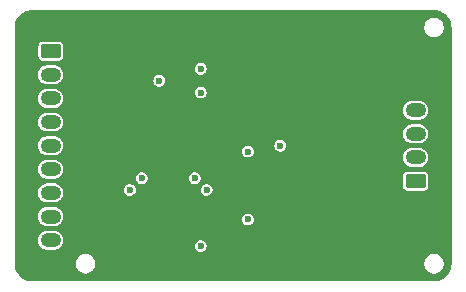
<source format=gbr>
%TF.GenerationSoftware,KiCad,Pcbnew,8.0.1*%
%TF.CreationDate,2024-04-25T00:01:52-04:00*%
%TF.ProjectId,ads1260_board,61647331-3236-4305-9f62-6f6172642e6b,rev?*%
%TF.SameCoordinates,Original*%
%TF.FileFunction,Copper,L4,Bot*%
%TF.FilePolarity,Positive*%
%FSLAX46Y46*%
G04 Gerber Fmt 4.6, Leading zero omitted, Abs format (unit mm)*
G04 Created by KiCad (PCBNEW 8.0.1) date 2024-04-25 00:01:52*
%MOMM*%
%LPD*%
G01*
G04 APERTURE LIST*
G04 Aperture macros list*
%AMRoundRect*
0 Rectangle with rounded corners*
0 $1 Rounding radius*
0 $2 $3 $4 $5 $6 $7 $8 $9 X,Y pos of 4 corners*
0 Add a 4 corners polygon primitive as box body*
4,1,4,$2,$3,$4,$5,$6,$7,$8,$9,$2,$3,0*
0 Add four circle primitives for the rounded corners*
1,1,$1+$1,$2,$3*
1,1,$1+$1,$4,$5*
1,1,$1+$1,$6,$7*
1,1,$1+$1,$8,$9*
0 Add four rect primitives between the rounded corners*
20,1,$1+$1,$2,$3,$4,$5,0*
20,1,$1+$1,$4,$5,$6,$7,0*
20,1,$1+$1,$6,$7,$8,$9,0*
20,1,$1+$1,$8,$9,$2,$3,0*%
G04 Aperture macros list end*
%TA.AperFunction,ComponentPad*%
%ADD10O,1.750000X1.200000*%
%TD*%
%TA.AperFunction,ComponentPad*%
%ADD11RoundRect,0.250000X-0.625000X0.350000X-0.625000X-0.350000X0.625000X-0.350000X0.625000X0.350000X0*%
%TD*%
%TA.AperFunction,ComponentPad*%
%ADD12RoundRect,0.250000X0.625000X-0.350000X0.625000X0.350000X-0.625000X0.350000X-0.625000X-0.350000X0*%
%TD*%
%TA.AperFunction,ViaPad*%
%ADD13C,0.600000*%
%TD*%
G04 APERTURE END LIST*
D10*
%TO.P,J3,9,Pin_9*%
%TO.N,VBUS*%
X113550000Y-90000000D03*
%TO.P,J3,8,Pin_8*%
%TO.N,+3V3*%
X113550000Y-88000000D03*
%TO.P,J3,7,Pin_7*%
%TO.N,Net-(J3-Pin_7)*%
X113550000Y-86000000D03*
%TO.P,J3,6,Pin_6*%
%TO.N,Net-(J3-Pin_6)*%
X113550000Y-84000000D03*
%TO.P,J3,5,Pin_5*%
%TO.N,Net-(J3-Pin_5)*%
X113550000Y-82000000D03*
%TO.P,J3,4,Pin_4*%
%TO.N,Net-(J3-Pin_4)*%
X113550000Y-80000000D03*
%TO.P,J3,3,Pin_3*%
%TO.N,Net-(J3-Pin_3)*%
X113550000Y-78000000D03*
%TO.P,J3,2,Pin_2*%
%TO.N,Net-(J3-Pin_2)*%
X113550000Y-76000000D03*
D11*
%TO.P,J3,1,Pin_1*%
%TO.N,GND*%
X113550000Y-74000000D03*
%TD*%
D12*
%TO.P,J1,1,Pin_1*%
%TO.N,GND*%
X144450000Y-85000000D03*
D10*
%TO.P,J1,2,Pin_2*%
%TO.N,/SIG+*%
X144450000Y-83000000D03*
%TO.P,J1,3,Pin_3*%
%TO.N,/SIG-*%
X144450000Y-81000000D03*
%TO.P,J1,4,Pin_4*%
%TO.N,+5V*%
X144450000Y-79000000D03*
%TD*%
D13*
%TO.N,GND*%
X112000000Y-74000000D03*
X115000000Y-74000000D03*
X130500000Y-78500000D03*
X147000000Y-74000000D03*
X147000000Y-82000000D03*
X147000000Y-90000000D03*
X111000000Y-74000000D03*
X111000000Y-80000000D03*
X111000000Y-84000000D03*
X111000000Y-90000000D03*
X129000000Y-71000000D03*
X139000000Y-71000000D03*
X119000000Y-71000000D03*
X114000000Y-71000000D03*
X124000000Y-71000000D03*
X144000000Y-71000000D03*
X134000000Y-71000000D03*
X114000000Y-93000000D03*
X119000000Y-93000000D03*
X124000000Y-93000000D03*
X129000000Y-93000000D03*
X134000000Y-93000000D03*
X139000000Y-93000000D03*
X144000000Y-93000000D03*
%TO.N,+5V*%
X130250000Y-88250000D03*
%TO.N,GND*%
X122778224Y-77987134D03*
%TO.N,+5V5*%
X122750000Y-76500000D03*
X126250000Y-90500000D03*
%TO.N,+5V*%
X130250000Y-82500000D03*
%TO.N,GND*%
X124000000Y-87000000D03*
%TO.N,+5V5*%
X125750000Y-84750000D03*
%TO.N,VBUS*%
X121250000Y-84750000D03*
%TO.N,GND*%
X122500000Y-91250000D03*
X124500000Y-91250000D03*
X123000000Y-87000000D03*
%TO.N,+5V5*%
X126750000Y-85750000D03*
%TO.N,GND*%
X131250000Y-91000000D03*
X132750000Y-78500000D03*
%TO.N,+5V*%
X133000000Y-82000000D03*
%TO.N,GND*%
X138000000Y-85250000D03*
X138000000Y-78750000D03*
X133000000Y-85500000D03*
X129250000Y-88750000D03*
%TO.N,VBUS*%
X120250000Y-85750000D03*
%TO.N,GND*%
X121250000Y-88250000D03*
X125750000Y-88250000D03*
%TO.N,+5V*%
X126250000Y-77500000D03*
X126250000Y-75500000D03*
%TO.N,GND*%
X130500000Y-76500000D03*
%TD*%
%TA.AperFunction,Conductor*%
%TO.N,GND*%
G36*
X146003522Y-70500752D02*
G01*
X146028505Y-70502538D01*
X146206345Y-70515258D01*
X146220308Y-70517265D01*
X146415549Y-70559737D01*
X146429088Y-70563713D01*
X146616292Y-70633537D01*
X146629118Y-70639394D01*
X146804476Y-70735146D01*
X146816356Y-70742781D01*
X146976294Y-70862509D01*
X146986966Y-70871756D01*
X147128243Y-71013033D01*
X147137493Y-71023709D01*
X147257218Y-71183643D01*
X147264854Y-71195525D01*
X147360602Y-71370875D01*
X147366466Y-71383715D01*
X147436284Y-71570904D01*
X147440264Y-71584457D01*
X147482732Y-71779681D01*
X147484742Y-71793662D01*
X147499248Y-71996476D01*
X147499500Y-72003539D01*
X147499500Y-91996460D01*
X147499248Y-92003523D01*
X147484742Y-92206337D01*
X147482732Y-92220318D01*
X147440264Y-92415542D01*
X147436284Y-92429095D01*
X147366466Y-92616284D01*
X147360598Y-92629133D01*
X147264854Y-92804474D01*
X147257218Y-92816356D01*
X147137493Y-92976290D01*
X147128243Y-92986966D01*
X146986966Y-93128243D01*
X146976290Y-93137493D01*
X146816356Y-93257218D01*
X146804474Y-93264854D01*
X146629133Y-93360598D01*
X146616284Y-93366466D01*
X146429095Y-93436284D01*
X146415542Y-93440264D01*
X146220318Y-93482732D01*
X146206337Y-93484742D01*
X146003523Y-93499248D01*
X145996460Y-93499500D01*
X112003540Y-93499500D01*
X111996477Y-93499248D01*
X111793662Y-93484742D01*
X111779681Y-93482732D01*
X111584457Y-93440264D01*
X111570904Y-93436284D01*
X111383715Y-93366466D01*
X111370875Y-93360602D01*
X111195525Y-93264854D01*
X111183643Y-93257218D01*
X111023709Y-93137493D01*
X111013033Y-93128243D01*
X110871756Y-92986966D01*
X110862506Y-92976290D01*
X110742781Y-92816356D01*
X110735145Y-92804474D01*
X110702815Y-92745266D01*
X110639394Y-92629118D01*
X110633537Y-92616292D01*
X110563713Y-92429088D01*
X110559737Y-92415549D01*
X110517265Y-92220308D01*
X110515258Y-92206345D01*
X110506322Y-92081405D01*
X115673500Y-92081405D01*
X115705262Y-92241080D01*
X115705262Y-92241082D01*
X115767563Y-92391492D01*
X115767563Y-92391493D01*
X115858015Y-92526862D01*
X115858016Y-92526863D01*
X115973137Y-92641984D01*
X116108505Y-92732435D01*
X116258919Y-92794738D01*
X116418597Y-92826500D01*
X116418598Y-92826500D01*
X116581402Y-92826500D01*
X116581403Y-92826500D01*
X116741081Y-92794738D01*
X116891495Y-92732435D01*
X117026863Y-92641984D01*
X117141984Y-92526863D01*
X117232435Y-92391495D01*
X117294738Y-92241081D01*
X117326500Y-92081405D01*
X145173500Y-92081405D01*
X145205262Y-92241080D01*
X145205262Y-92241082D01*
X145267563Y-92391492D01*
X145267563Y-92391493D01*
X145358015Y-92526862D01*
X145358016Y-92526863D01*
X145473137Y-92641984D01*
X145608505Y-92732435D01*
X145758919Y-92794738D01*
X145918597Y-92826500D01*
X145918598Y-92826500D01*
X146081402Y-92826500D01*
X146081403Y-92826500D01*
X146241081Y-92794738D01*
X146391495Y-92732435D01*
X146526863Y-92641984D01*
X146641984Y-92526863D01*
X146732435Y-92391495D01*
X146794738Y-92241081D01*
X146826500Y-92081403D01*
X146826500Y-91918597D01*
X146794738Y-91758919D01*
X146732436Y-91608507D01*
X146732436Y-91608506D01*
X146641984Y-91473137D01*
X146526862Y-91358015D01*
X146391492Y-91267563D01*
X146241081Y-91205262D01*
X146081405Y-91173500D01*
X146081403Y-91173500D01*
X145918597Y-91173500D01*
X145918594Y-91173500D01*
X145758919Y-91205262D01*
X145758917Y-91205262D01*
X145608507Y-91267563D01*
X145608506Y-91267563D01*
X145473137Y-91358015D01*
X145358015Y-91473137D01*
X145267563Y-91608506D01*
X145267563Y-91608507D01*
X145205262Y-91758917D01*
X145205262Y-91758919D01*
X145173500Y-91918594D01*
X145173500Y-92081405D01*
X117326500Y-92081405D01*
X117326500Y-92081403D01*
X117326500Y-91918597D01*
X117294738Y-91758919D01*
X117232436Y-91608507D01*
X117232436Y-91608506D01*
X117141984Y-91473137D01*
X117026862Y-91358015D01*
X116891492Y-91267563D01*
X116741081Y-91205262D01*
X116581405Y-91173500D01*
X116581403Y-91173500D01*
X116418597Y-91173500D01*
X116418594Y-91173500D01*
X116258919Y-91205262D01*
X116258917Y-91205262D01*
X116108507Y-91267563D01*
X116108506Y-91267563D01*
X115973137Y-91358015D01*
X115858015Y-91473137D01*
X115767563Y-91608506D01*
X115767563Y-91608507D01*
X115705262Y-91758917D01*
X115705262Y-91758919D01*
X115673500Y-91918594D01*
X115673500Y-92081405D01*
X110506322Y-92081405D01*
X110500752Y-92003522D01*
X110500500Y-91996460D01*
X110500500Y-90078844D01*
X112474500Y-90078844D01*
X112495008Y-90181945D01*
X112503896Y-90226627D01*
X112505263Y-90233496D01*
X112505263Y-90233498D01*
X112565603Y-90379174D01*
X112565609Y-90379185D01*
X112618312Y-90458059D01*
X112653211Y-90510289D01*
X112764711Y-90621789D01*
X112842876Y-90674017D01*
X112895814Y-90709390D01*
X112895825Y-90709396D01*
X112949638Y-90731685D01*
X113041503Y-90769737D01*
X113196158Y-90800500D01*
X113196159Y-90800500D01*
X113903841Y-90800500D01*
X113903842Y-90800500D01*
X114058497Y-90769737D01*
X114204179Y-90709394D01*
X114335289Y-90621789D01*
X114446789Y-90510289D01*
X114453663Y-90500002D01*
X125744353Y-90500002D01*
X125764834Y-90642456D01*
X125795404Y-90709394D01*
X125824623Y-90773373D01*
X125918872Y-90882143D01*
X125918873Y-90882144D01*
X126039942Y-90959950D01*
X126039947Y-90959953D01*
X126146403Y-90991211D01*
X126178035Y-91000499D01*
X126178036Y-91000499D01*
X126178039Y-91000500D01*
X126178041Y-91000500D01*
X126321959Y-91000500D01*
X126321961Y-91000500D01*
X126460053Y-90959953D01*
X126581128Y-90882143D01*
X126675377Y-90773373D01*
X126735165Y-90642457D01*
X126741992Y-90594971D01*
X126755647Y-90500002D01*
X126755647Y-90499997D01*
X126735165Y-90357543D01*
X126675377Y-90226627D01*
X126581128Y-90117857D01*
X126581127Y-90117856D01*
X126581126Y-90117855D01*
X126460057Y-90040049D01*
X126460054Y-90040047D01*
X126460053Y-90040047D01*
X126460050Y-90040046D01*
X126321964Y-89999500D01*
X126321961Y-89999500D01*
X126178039Y-89999500D01*
X126178035Y-89999500D01*
X126039949Y-90040046D01*
X126039942Y-90040049D01*
X125918873Y-90117855D01*
X125824622Y-90226628D01*
X125764834Y-90357543D01*
X125744353Y-90499997D01*
X125744353Y-90500002D01*
X114453663Y-90500002D01*
X114534394Y-90379179D01*
X114594737Y-90233497D01*
X114625500Y-90078842D01*
X114625500Y-89921158D01*
X114594737Y-89766503D01*
X114534394Y-89620821D01*
X114534393Y-89620819D01*
X114534390Y-89620814D01*
X114499017Y-89567876D01*
X114446789Y-89489711D01*
X114335289Y-89378211D01*
X114283059Y-89343312D01*
X114204185Y-89290609D01*
X114204174Y-89290603D01*
X114058497Y-89230263D01*
X113903844Y-89199500D01*
X113903842Y-89199500D01*
X113196158Y-89199500D01*
X113196155Y-89199500D01*
X113041503Y-89230263D01*
X113041501Y-89230263D01*
X112895825Y-89290603D01*
X112895814Y-89290609D01*
X112764711Y-89378211D01*
X112764707Y-89378214D01*
X112653214Y-89489707D01*
X112653211Y-89489711D01*
X112565609Y-89620814D01*
X112565603Y-89620825D01*
X112505263Y-89766501D01*
X112505263Y-89766503D01*
X112474500Y-89921155D01*
X112474500Y-90078844D01*
X110500500Y-90078844D01*
X110500500Y-88078844D01*
X112474500Y-88078844D01*
X112505263Y-88233496D01*
X112505263Y-88233498D01*
X112565603Y-88379174D01*
X112565609Y-88379185D01*
X112618312Y-88458059D01*
X112653211Y-88510289D01*
X112764711Y-88621789D01*
X112842876Y-88674017D01*
X112895814Y-88709390D01*
X112895825Y-88709396D01*
X112949638Y-88731685D01*
X113041503Y-88769737D01*
X113196158Y-88800500D01*
X113196159Y-88800500D01*
X113903841Y-88800500D01*
X113903842Y-88800500D01*
X114058497Y-88769737D01*
X114204179Y-88709394D01*
X114335289Y-88621789D01*
X114446789Y-88510289D01*
X114534394Y-88379179D01*
X114587900Y-88250002D01*
X129744353Y-88250002D01*
X129764834Y-88392456D01*
X129818647Y-88510288D01*
X129824623Y-88523373D01*
X129909900Y-88621789D01*
X129918873Y-88632144D01*
X130039071Y-88709390D01*
X130039947Y-88709953D01*
X130146403Y-88741211D01*
X130178035Y-88750499D01*
X130178036Y-88750499D01*
X130178039Y-88750500D01*
X130178041Y-88750500D01*
X130321959Y-88750500D01*
X130321961Y-88750500D01*
X130460053Y-88709953D01*
X130581128Y-88632143D01*
X130675377Y-88523373D01*
X130735165Y-88392457D01*
X130755647Y-88250000D01*
X130753274Y-88233498D01*
X130735165Y-88107543D01*
X130722058Y-88078844D01*
X130675377Y-87976627D01*
X130581128Y-87867857D01*
X130581127Y-87867856D01*
X130581126Y-87867855D01*
X130460057Y-87790049D01*
X130460054Y-87790047D01*
X130460053Y-87790047D01*
X130460050Y-87790046D01*
X130321964Y-87749500D01*
X130321961Y-87749500D01*
X130178039Y-87749500D01*
X130178035Y-87749500D01*
X130039949Y-87790046D01*
X130039942Y-87790049D01*
X129918873Y-87867855D01*
X129824622Y-87976628D01*
X129764834Y-88107543D01*
X129744353Y-88249997D01*
X129744353Y-88250002D01*
X114587900Y-88250002D01*
X114594737Y-88233497D01*
X114625500Y-88078842D01*
X114625500Y-87921158D01*
X114594737Y-87766503D01*
X114534394Y-87620821D01*
X114534393Y-87620819D01*
X114534390Y-87620814D01*
X114499017Y-87567876D01*
X114446789Y-87489711D01*
X114335289Y-87378211D01*
X114283059Y-87343312D01*
X114204185Y-87290609D01*
X114204174Y-87290603D01*
X114058497Y-87230263D01*
X113903844Y-87199500D01*
X113903842Y-87199500D01*
X113196158Y-87199500D01*
X113196155Y-87199500D01*
X113041503Y-87230263D01*
X113041501Y-87230263D01*
X112895825Y-87290603D01*
X112895814Y-87290609D01*
X112764711Y-87378211D01*
X112764707Y-87378214D01*
X112653214Y-87489707D01*
X112653211Y-87489711D01*
X112565609Y-87620814D01*
X112565603Y-87620825D01*
X112505263Y-87766501D01*
X112505263Y-87766503D01*
X112474500Y-87921155D01*
X112474500Y-88078844D01*
X110500500Y-88078844D01*
X110500500Y-86078844D01*
X112474500Y-86078844D01*
X112505263Y-86233496D01*
X112505263Y-86233498D01*
X112565603Y-86379174D01*
X112565609Y-86379185D01*
X112618312Y-86458059D01*
X112653211Y-86510289D01*
X112764711Y-86621789D01*
X112842876Y-86674017D01*
X112895814Y-86709390D01*
X112895825Y-86709396D01*
X112949638Y-86731685D01*
X113041503Y-86769737D01*
X113196158Y-86800500D01*
X113196159Y-86800500D01*
X113903841Y-86800500D01*
X113903842Y-86800500D01*
X114058497Y-86769737D01*
X114204179Y-86709394D01*
X114335289Y-86621789D01*
X114446789Y-86510289D01*
X114534394Y-86379179D01*
X114594737Y-86233497D01*
X114625500Y-86078842D01*
X114625500Y-85921158D01*
X114594737Y-85766503D01*
X114587902Y-85750002D01*
X119744353Y-85750002D01*
X119764834Y-85892456D01*
X119824622Y-86023371D01*
X119824623Y-86023373D01*
X119872685Y-86078840D01*
X119918873Y-86132144D01*
X120039942Y-86209950D01*
X120039947Y-86209953D01*
X120120135Y-86233498D01*
X120178035Y-86250499D01*
X120178036Y-86250499D01*
X120178039Y-86250500D01*
X120178041Y-86250500D01*
X120321959Y-86250500D01*
X120321961Y-86250500D01*
X120460053Y-86209953D01*
X120581128Y-86132143D01*
X120675377Y-86023373D01*
X120735165Y-85892457D01*
X120755647Y-85750002D01*
X126244353Y-85750002D01*
X126264834Y-85892456D01*
X126324622Y-86023371D01*
X126324623Y-86023373D01*
X126372685Y-86078840D01*
X126418873Y-86132144D01*
X126539942Y-86209950D01*
X126539947Y-86209953D01*
X126620135Y-86233498D01*
X126678035Y-86250499D01*
X126678036Y-86250499D01*
X126678039Y-86250500D01*
X126678041Y-86250500D01*
X126821959Y-86250500D01*
X126821961Y-86250500D01*
X126960053Y-86209953D01*
X127081128Y-86132143D01*
X127175377Y-86023373D01*
X127235165Y-85892457D01*
X127255647Y-85750000D01*
X127235165Y-85607543D01*
X127175377Y-85476627D01*
X127112622Y-85404203D01*
X143375000Y-85404203D01*
X143377850Y-85434600D01*
X143377850Y-85434602D01*
X143422654Y-85562647D01*
X143503207Y-85671790D01*
X143503209Y-85671792D01*
X143612352Y-85752345D01*
X143740398Y-85797149D01*
X143770789Y-85799999D01*
X145129203Y-85799999D01*
X145159600Y-85797149D01*
X145159602Y-85797149D01*
X145287647Y-85752345D01*
X145396790Y-85671792D01*
X145396792Y-85671790D01*
X145477345Y-85562647D01*
X145522149Y-85434601D01*
X145524999Y-85404211D01*
X145524999Y-84595796D01*
X145522149Y-84565399D01*
X145522149Y-84565397D01*
X145477345Y-84437352D01*
X145396792Y-84328209D01*
X145396790Y-84328207D01*
X145287647Y-84247654D01*
X145159601Y-84202850D01*
X145129210Y-84200000D01*
X143770796Y-84200000D01*
X143740399Y-84202850D01*
X143740397Y-84202850D01*
X143612352Y-84247654D01*
X143503209Y-84328207D01*
X143503207Y-84328209D01*
X143422654Y-84437352D01*
X143377850Y-84565398D01*
X143375000Y-84595788D01*
X143375000Y-85404203D01*
X127112622Y-85404203D01*
X127081128Y-85367857D01*
X127081127Y-85367856D01*
X127081126Y-85367855D01*
X126960057Y-85290049D01*
X126960054Y-85290047D01*
X126960053Y-85290047D01*
X126960050Y-85290046D01*
X126821964Y-85249500D01*
X126821961Y-85249500D01*
X126678039Y-85249500D01*
X126678035Y-85249500D01*
X126539949Y-85290046D01*
X126539942Y-85290049D01*
X126418873Y-85367855D01*
X126324622Y-85476628D01*
X126264834Y-85607543D01*
X126244353Y-85749997D01*
X126244353Y-85750002D01*
X120755647Y-85750002D01*
X120755647Y-85750000D01*
X120735165Y-85607543D01*
X120675377Y-85476627D01*
X120581128Y-85367857D01*
X120581127Y-85367856D01*
X120581126Y-85367855D01*
X120460057Y-85290049D01*
X120460054Y-85290047D01*
X120460053Y-85290047D01*
X120460050Y-85290046D01*
X120321964Y-85249500D01*
X120321961Y-85249500D01*
X120178039Y-85249500D01*
X120178035Y-85249500D01*
X120039949Y-85290046D01*
X120039942Y-85290049D01*
X119918873Y-85367855D01*
X119824622Y-85476628D01*
X119764834Y-85607543D01*
X119744353Y-85749997D01*
X119744353Y-85750002D01*
X114587902Y-85750002D01*
X114534394Y-85620821D01*
X114534393Y-85620819D01*
X114534390Y-85620814D01*
X114495523Y-85562647D01*
X114446789Y-85489711D01*
X114335289Y-85378211D01*
X114283059Y-85343312D01*
X114204185Y-85290609D01*
X114204174Y-85290603D01*
X114058497Y-85230263D01*
X113903844Y-85199500D01*
X113903842Y-85199500D01*
X113196158Y-85199500D01*
X113196155Y-85199500D01*
X113041503Y-85230263D01*
X113041501Y-85230263D01*
X112895825Y-85290603D01*
X112895814Y-85290609D01*
X112764711Y-85378211D01*
X112764707Y-85378214D01*
X112653214Y-85489707D01*
X112653211Y-85489711D01*
X112565609Y-85620814D01*
X112565603Y-85620825D01*
X112505263Y-85766501D01*
X112505263Y-85766503D01*
X112474500Y-85921155D01*
X112474500Y-86078844D01*
X110500500Y-86078844D01*
X110500500Y-84078844D01*
X112474500Y-84078844D01*
X112505263Y-84233496D01*
X112505263Y-84233498D01*
X112565603Y-84379174D01*
X112565609Y-84379185D01*
X112604476Y-84437352D01*
X112653211Y-84510289D01*
X112764711Y-84621789D01*
X112842876Y-84674017D01*
X112895814Y-84709390D01*
X112895825Y-84709396D01*
X112949638Y-84731685D01*
X113041503Y-84769737D01*
X113196158Y-84800500D01*
X113196159Y-84800500D01*
X113903841Y-84800500D01*
X113903842Y-84800500D01*
X114058497Y-84769737D01*
X114106142Y-84750002D01*
X120744353Y-84750002D01*
X120764834Y-84892456D01*
X120824622Y-85023371D01*
X120824623Y-85023373D01*
X120918872Y-85132143D01*
X120918873Y-85132144D01*
X121039942Y-85209950D01*
X121039947Y-85209953D01*
X121146403Y-85241211D01*
X121178035Y-85250499D01*
X121178036Y-85250499D01*
X121178039Y-85250500D01*
X121178041Y-85250500D01*
X121321959Y-85250500D01*
X121321961Y-85250500D01*
X121460053Y-85209953D01*
X121581128Y-85132143D01*
X121675377Y-85023373D01*
X121735165Y-84892457D01*
X121748386Y-84800500D01*
X121755647Y-84750002D01*
X125244353Y-84750002D01*
X125264834Y-84892456D01*
X125324622Y-85023371D01*
X125324623Y-85023373D01*
X125418872Y-85132143D01*
X125418873Y-85132144D01*
X125539942Y-85209950D01*
X125539947Y-85209953D01*
X125646403Y-85241211D01*
X125678035Y-85250499D01*
X125678036Y-85250499D01*
X125678039Y-85250500D01*
X125678041Y-85250500D01*
X125821959Y-85250500D01*
X125821961Y-85250500D01*
X125960053Y-85209953D01*
X126081128Y-85132143D01*
X126175377Y-85023373D01*
X126235165Y-84892457D01*
X126248386Y-84800500D01*
X126255647Y-84750002D01*
X126255647Y-84749997D01*
X126235165Y-84607543D01*
X126190750Y-84510289D01*
X126175377Y-84476627D01*
X126081128Y-84367857D01*
X126081127Y-84367856D01*
X126081126Y-84367855D01*
X125960057Y-84290049D01*
X125960054Y-84290047D01*
X125960053Y-84290047D01*
X125960050Y-84290046D01*
X125821964Y-84249500D01*
X125821961Y-84249500D01*
X125678039Y-84249500D01*
X125678035Y-84249500D01*
X125539949Y-84290046D01*
X125539942Y-84290049D01*
X125418873Y-84367855D01*
X125324622Y-84476628D01*
X125264834Y-84607543D01*
X125244353Y-84749997D01*
X125244353Y-84750002D01*
X121755647Y-84750002D01*
X121755647Y-84749997D01*
X121735165Y-84607543D01*
X121690750Y-84510289D01*
X121675377Y-84476627D01*
X121581128Y-84367857D01*
X121581127Y-84367856D01*
X121581126Y-84367855D01*
X121460057Y-84290049D01*
X121460054Y-84290047D01*
X121460053Y-84290047D01*
X121460050Y-84290046D01*
X121321964Y-84249500D01*
X121321961Y-84249500D01*
X121178039Y-84249500D01*
X121178035Y-84249500D01*
X121039949Y-84290046D01*
X121039942Y-84290049D01*
X120918873Y-84367855D01*
X120824622Y-84476628D01*
X120764834Y-84607543D01*
X120744353Y-84749997D01*
X120744353Y-84750002D01*
X114106142Y-84750002D01*
X114204179Y-84709394D01*
X114335289Y-84621789D01*
X114446789Y-84510289D01*
X114534394Y-84379179D01*
X114594737Y-84233497D01*
X114625500Y-84078842D01*
X114625500Y-83921158D01*
X114594737Y-83766503D01*
X114534795Y-83621788D01*
X114534396Y-83620825D01*
X114534390Y-83620814D01*
X114499017Y-83567876D01*
X114446789Y-83489711D01*
X114335289Y-83378211D01*
X114283059Y-83343312D01*
X114204185Y-83290609D01*
X114204174Y-83290603D01*
X114058497Y-83230263D01*
X113903844Y-83199500D01*
X113903842Y-83199500D01*
X113196158Y-83199500D01*
X113196155Y-83199500D01*
X113041503Y-83230263D01*
X113041501Y-83230263D01*
X112895825Y-83290603D01*
X112895814Y-83290609D01*
X112764711Y-83378211D01*
X112764707Y-83378214D01*
X112653214Y-83489707D01*
X112653211Y-83489711D01*
X112565609Y-83620814D01*
X112565603Y-83620825D01*
X112505263Y-83766501D01*
X112505263Y-83766503D01*
X112474500Y-83921155D01*
X112474500Y-84078844D01*
X110500500Y-84078844D01*
X110500500Y-83078844D01*
X143374500Y-83078844D01*
X143405263Y-83233496D01*
X143405263Y-83233498D01*
X143465603Y-83379174D01*
X143465609Y-83379185D01*
X143518312Y-83458059D01*
X143553211Y-83510289D01*
X143664711Y-83621789D01*
X143742876Y-83674017D01*
X143795814Y-83709390D01*
X143795825Y-83709396D01*
X143849638Y-83731685D01*
X143941503Y-83769737D01*
X144096158Y-83800500D01*
X144096159Y-83800500D01*
X144803841Y-83800500D01*
X144803842Y-83800500D01*
X144958497Y-83769737D01*
X145104179Y-83709394D01*
X145235289Y-83621789D01*
X145346789Y-83510289D01*
X145434394Y-83379179D01*
X145494737Y-83233497D01*
X145525500Y-83078842D01*
X145525500Y-82921158D01*
X145494737Y-82766503D01*
X145443356Y-82642457D01*
X145434396Y-82620825D01*
X145434390Y-82620814D01*
X145399017Y-82567876D01*
X145346789Y-82489711D01*
X145235289Y-82378211D01*
X145183059Y-82343312D01*
X145104185Y-82290609D01*
X145104174Y-82290603D01*
X144958497Y-82230263D01*
X144803844Y-82199500D01*
X144803842Y-82199500D01*
X144096158Y-82199500D01*
X144096155Y-82199500D01*
X143941503Y-82230263D01*
X143941501Y-82230263D01*
X143795825Y-82290603D01*
X143795814Y-82290609D01*
X143664711Y-82378211D01*
X143664707Y-82378214D01*
X143553214Y-82489707D01*
X143553211Y-82489711D01*
X143465609Y-82620814D01*
X143465603Y-82620825D01*
X143405263Y-82766501D01*
X143405263Y-82766503D01*
X143374500Y-82921155D01*
X143374500Y-83078844D01*
X110500500Y-83078844D01*
X110500500Y-82078844D01*
X112474500Y-82078844D01*
X112487154Y-82142456D01*
X112503896Y-82226627D01*
X112505263Y-82233496D01*
X112505263Y-82233498D01*
X112565603Y-82379174D01*
X112565609Y-82379185D01*
X112618312Y-82458059D01*
X112653211Y-82510289D01*
X112764711Y-82621789D01*
X112842876Y-82674017D01*
X112895814Y-82709390D01*
X112895825Y-82709396D01*
X112949638Y-82731685D01*
X113041503Y-82769737D01*
X113196158Y-82800500D01*
X113196159Y-82800500D01*
X113903841Y-82800500D01*
X113903842Y-82800500D01*
X114058497Y-82769737D01*
X114204179Y-82709394D01*
X114335289Y-82621789D01*
X114446789Y-82510289D01*
X114453663Y-82500002D01*
X129744353Y-82500002D01*
X129764834Y-82642456D01*
X129822962Y-82769736D01*
X129824623Y-82773373D01*
X129918872Y-82882143D01*
X129918873Y-82882144D01*
X129979582Y-82921159D01*
X130039947Y-82959953D01*
X130146403Y-82991211D01*
X130178035Y-83000499D01*
X130178036Y-83000499D01*
X130178039Y-83000500D01*
X130178041Y-83000500D01*
X130321959Y-83000500D01*
X130321961Y-83000500D01*
X130460053Y-82959953D01*
X130581128Y-82882143D01*
X130675377Y-82773373D01*
X130735165Y-82642457D01*
X130741992Y-82594971D01*
X130755647Y-82500002D01*
X130755647Y-82499997D01*
X130735165Y-82357543D01*
X130704597Y-82290609D01*
X130675377Y-82226627D01*
X130581128Y-82117857D01*
X130581127Y-82117856D01*
X130581126Y-82117855D01*
X130460057Y-82040049D01*
X130460054Y-82040047D01*
X130460053Y-82040047D01*
X130460050Y-82040046D01*
X130323674Y-82000002D01*
X132494353Y-82000002D01*
X132514834Y-82142456D01*
X132556412Y-82233497D01*
X132574623Y-82273373D01*
X132666304Y-82379179D01*
X132668873Y-82382144D01*
X132789942Y-82459950D01*
X132789947Y-82459953D01*
X132891281Y-82489707D01*
X132928035Y-82500499D01*
X132928036Y-82500499D01*
X132928039Y-82500500D01*
X132928041Y-82500500D01*
X133071959Y-82500500D01*
X133071961Y-82500500D01*
X133210053Y-82459953D01*
X133331128Y-82382143D01*
X133425377Y-82273373D01*
X133485165Y-82142457D01*
X133505647Y-82000000D01*
X133505575Y-81999500D01*
X133485165Y-81857543D01*
X133459114Y-81800500D01*
X133425377Y-81726627D01*
X133331128Y-81617857D01*
X133331127Y-81617856D01*
X133331126Y-81617855D01*
X133210057Y-81540049D01*
X133210054Y-81540047D01*
X133210053Y-81540047D01*
X133210050Y-81540046D01*
X133071964Y-81499500D01*
X133071961Y-81499500D01*
X132928039Y-81499500D01*
X132928035Y-81499500D01*
X132789949Y-81540046D01*
X132789942Y-81540049D01*
X132668873Y-81617855D01*
X132574622Y-81726628D01*
X132514834Y-81857543D01*
X132494353Y-81999997D01*
X132494353Y-82000002D01*
X130323674Y-82000002D01*
X130321964Y-81999500D01*
X130321961Y-81999500D01*
X130178039Y-81999500D01*
X130178035Y-81999500D01*
X130039949Y-82040046D01*
X130039942Y-82040049D01*
X129918873Y-82117855D01*
X129824622Y-82226628D01*
X129764834Y-82357543D01*
X129744353Y-82499997D01*
X129744353Y-82500002D01*
X114453663Y-82500002D01*
X114534394Y-82379179D01*
X114594737Y-82233497D01*
X114625500Y-82078842D01*
X114625500Y-81921158D01*
X114594737Y-81766503D01*
X114534795Y-81621788D01*
X114534396Y-81620825D01*
X114534390Y-81620814D01*
X114499017Y-81567876D01*
X114446789Y-81489711D01*
X114335289Y-81378211D01*
X114283059Y-81343312D01*
X114204185Y-81290609D01*
X114204174Y-81290603D01*
X114058497Y-81230263D01*
X113903844Y-81199500D01*
X113903842Y-81199500D01*
X113196158Y-81199500D01*
X113196155Y-81199500D01*
X113041503Y-81230263D01*
X113041501Y-81230263D01*
X112895825Y-81290603D01*
X112895814Y-81290609D01*
X112764711Y-81378211D01*
X112764707Y-81378214D01*
X112653214Y-81489707D01*
X112653211Y-81489711D01*
X112565609Y-81620814D01*
X112565603Y-81620825D01*
X112505263Y-81766501D01*
X112505263Y-81766503D01*
X112474500Y-81921155D01*
X112474500Y-82078844D01*
X110500500Y-82078844D01*
X110500500Y-81078844D01*
X143374500Y-81078844D01*
X143405263Y-81233496D01*
X143405263Y-81233498D01*
X143465603Y-81379174D01*
X143465609Y-81379185D01*
X143518312Y-81458059D01*
X143553211Y-81510289D01*
X143664711Y-81621789D01*
X143742876Y-81674017D01*
X143795814Y-81709390D01*
X143795825Y-81709396D01*
X143837425Y-81726627D01*
X143941503Y-81769737D01*
X144096158Y-81800500D01*
X144096159Y-81800500D01*
X144803841Y-81800500D01*
X144803842Y-81800500D01*
X144958497Y-81769737D01*
X145104179Y-81709394D01*
X145235289Y-81621789D01*
X145346789Y-81510289D01*
X145434394Y-81379179D01*
X145494737Y-81233497D01*
X145525500Y-81078842D01*
X145525500Y-80921158D01*
X145494737Y-80766503D01*
X145434795Y-80621788D01*
X145434396Y-80620825D01*
X145434390Y-80620814D01*
X145399017Y-80567876D01*
X145346789Y-80489711D01*
X145235289Y-80378211D01*
X145183059Y-80343312D01*
X145104185Y-80290609D01*
X145104174Y-80290603D01*
X144958497Y-80230263D01*
X144803844Y-80199500D01*
X144803842Y-80199500D01*
X144096158Y-80199500D01*
X144096155Y-80199500D01*
X143941503Y-80230263D01*
X143941501Y-80230263D01*
X143795825Y-80290603D01*
X143795814Y-80290609D01*
X143664711Y-80378211D01*
X143664707Y-80378214D01*
X143553214Y-80489707D01*
X143553211Y-80489711D01*
X143465609Y-80620814D01*
X143465603Y-80620825D01*
X143405263Y-80766501D01*
X143405263Y-80766503D01*
X143374500Y-80921155D01*
X143374500Y-81078844D01*
X110500500Y-81078844D01*
X110500500Y-80078844D01*
X112474500Y-80078844D01*
X112505263Y-80233496D01*
X112505263Y-80233498D01*
X112565603Y-80379174D01*
X112565609Y-80379185D01*
X112618312Y-80458059D01*
X112653211Y-80510289D01*
X112764711Y-80621789D01*
X112842876Y-80674017D01*
X112895814Y-80709390D01*
X112895825Y-80709396D01*
X112949638Y-80731685D01*
X113041503Y-80769737D01*
X113196158Y-80800500D01*
X113196159Y-80800500D01*
X113903841Y-80800500D01*
X113903842Y-80800500D01*
X114058497Y-80769737D01*
X114204179Y-80709394D01*
X114335289Y-80621789D01*
X114446789Y-80510289D01*
X114534394Y-80379179D01*
X114594737Y-80233497D01*
X114625500Y-80078842D01*
X114625500Y-79921158D01*
X114594737Y-79766503D01*
X114534795Y-79621788D01*
X114534396Y-79620825D01*
X114534390Y-79620814D01*
X114499017Y-79567876D01*
X114446789Y-79489711D01*
X114335289Y-79378211D01*
X114283059Y-79343312D01*
X114204185Y-79290609D01*
X114204174Y-79290603D01*
X114058497Y-79230263D01*
X113903844Y-79199500D01*
X113903842Y-79199500D01*
X113196158Y-79199500D01*
X113196155Y-79199500D01*
X113041503Y-79230263D01*
X113041501Y-79230263D01*
X112895825Y-79290603D01*
X112895814Y-79290609D01*
X112764711Y-79378211D01*
X112764707Y-79378214D01*
X112653214Y-79489707D01*
X112653211Y-79489711D01*
X112565609Y-79620814D01*
X112565603Y-79620825D01*
X112505263Y-79766501D01*
X112505263Y-79766503D01*
X112474500Y-79921155D01*
X112474500Y-80078844D01*
X110500500Y-80078844D01*
X110500500Y-79078844D01*
X143374500Y-79078844D01*
X143405263Y-79233496D01*
X143405263Y-79233498D01*
X143465603Y-79379174D01*
X143465609Y-79379185D01*
X143518312Y-79458059D01*
X143553211Y-79510289D01*
X143664711Y-79621789D01*
X143742876Y-79674017D01*
X143795814Y-79709390D01*
X143795825Y-79709396D01*
X143849638Y-79731685D01*
X143941503Y-79769737D01*
X144096158Y-79800500D01*
X144096159Y-79800500D01*
X144803841Y-79800500D01*
X144803842Y-79800500D01*
X144958497Y-79769737D01*
X145104179Y-79709394D01*
X145235289Y-79621789D01*
X145346789Y-79510289D01*
X145434394Y-79379179D01*
X145494737Y-79233497D01*
X145525500Y-79078842D01*
X145525500Y-78921158D01*
X145494737Y-78766503D01*
X145434795Y-78621788D01*
X145434396Y-78620825D01*
X145434390Y-78620814D01*
X145399017Y-78567876D01*
X145346789Y-78489711D01*
X145235289Y-78378211D01*
X145183059Y-78343312D01*
X145104185Y-78290609D01*
X145104174Y-78290603D01*
X144958497Y-78230263D01*
X144803844Y-78199500D01*
X144803842Y-78199500D01*
X144096158Y-78199500D01*
X144096155Y-78199500D01*
X143941503Y-78230263D01*
X143941501Y-78230263D01*
X143795825Y-78290603D01*
X143795814Y-78290609D01*
X143664711Y-78378211D01*
X143664707Y-78378214D01*
X143553214Y-78489707D01*
X143553211Y-78489711D01*
X143465609Y-78620814D01*
X143465603Y-78620825D01*
X143405263Y-78766501D01*
X143405263Y-78766503D01*
X143374500Y-78921155D01*
X143374500Y-79078844D01*
X110500500Y-79078844D01*
X110500500Y-78078844D01*
X112474500Y-78078844D01*
X112505263Y-78233496D01*
X112505263Y-78233498D01*
X112565603Y-78379174D01*
X112565609Y-78379185D01*
X112618312Y-78458059D01*
X112653211Y-78510289D01*
X112764711Y-78621789D01*
X112842876Y-78674017D01*
X112895814Y-78709390D01*
X112895825Y-78709396D01*
X112949638Y-78731685D01*
X113041503Y-78769737D01*
X113196158Y-78800500D01*
X113196159Y-78800500D01*
X113903841Y-78800500D01*
X113903842Y-78800500D01*
X114058497Y-78769737D01*
X114204179Y-78709394D01*
X114335289Y-78621789D01*
X114446789Y-78510289D01*
X114534394Y-78379179D01*
X114594737Y-78233497D01*
X114625500Y-78078842D01*
X114625500Y-77921158D01*
X114594737Y-77766503D01*
X114543356Y-77642457D01*
X114534396Y-77620825D01*
X114534390Y-77620814D01*
X114499017Y-77567876D01*
X114453665Y-77500002D01*
X125744353Y-77500002D01*
X125764834Y-77642456D01*
X125824622Y-77773371D01*
X125824623Y-77773373D01*
X125918872Y-77882143D01*
X125918873Y-77882144D01*
X125979582Y-77921159D01*
X126039947Y-77959953D01*
X126146403Y-77991211D01*
X126178035Y-78000499D01*
X126178036Y-78000499D01*
X126178039Y-78000500D01*
X126178041Y-78000500D01*
X126321959Y-78000500D01*
X126321961Y-78000500D01*
X126460053Y-77959953D01*
X126581128Y-77882143D01*
X126675377Y-77773373D01*
X126735165Y-77642457D01*
X126755647Y-77500000D01*
X126754167Y-77489707D01*
X126735165Y-77357543D01*
X126704597Y-77290609D01*
X126675377Y-77226627D01*
X126581128Y-77117857D01*
X126581127Y-77117856D01*
X126581126Y-77117855D01*
X126460057Y-77040049D01*
X126460054Y-77040047D01*
X126460053Y-77040047D01*
X126460050Y-77040046D01*
X126321964Y-76999500D01*
X126321961Y-76999500D01*
X126178039Y-76999500D01*
X126178035Y-76999500D01*
X126039949Y-77040046D01*
X126039942Y-77040049D01*
X125918873Y-77117855D01*
X125824622Y-77226628D01*
X125764834Y-77357543D01*
X125744353Y-77499997D01*
X125744353Y-77500002D01*
X114453665Y-77500002D01*
X114446789Y-77489711D01*
X114335289Y-77378211D01*
X114283059Y-77343312D01*
X114204185Y-77290609D01*
X114204174Y-77290603D01*
X114058497Y-77230263D01*
X113903844Y-77199500D01*
X113903842Y-77199500D01*
X113196158Y-77199500D01*
X113196155Y-77199500D01*
X113041503Y-77230263D01*
X113041501Y-77230263D01*
X112895825Y-77290603D01*
X112895814Y-77290609D01*
X112764711Y-77378211D01*
X112764707Y-77378214D01*
X112653214Y-77489707D01*
X112653211Y-77489711D01*
X112565609Y-77620814D01*
X112565603Y-77620825D01*
X112505263Y-77766501D01*
X112505263Y-77766503D01*
X112474500Y-77921155D01*
X112474500Y-78078844D01*
X110500500Y-78078844D01*
X110500500Y-76078844D01*
X112474500Y-76078844D01*
X112495008Y-76181945D01*
X112503896Y-76226627D01*
X112505263Y-76233496D01*
X112505263Y-76233498D01*
X112565603Y-76379174D01*
X112565609Y-76379185D01*
X112618312Y-76458059D01*
X112653211Y-76510289D01*
X112764711Y-76621789D01*
X112842876Y-76674017D01*
X112895814Y-76709390D01*
X112895825Y-76709396D01*
X112949638Y-76731685D01*
X113041503Y-76769737D01*
X113196158Y-76800500D01*
X113196159Y-76800500D01*
X113903841Y-76800500D01*
X113903842Y-76800500D01*
X114058497Y-76769737D01*
X114204179Y-76709394D01*
X114335289Y-76621789D01*
X114446789Y-76510289D01*
X114453663Y-76500002D01*
X122244353Y-76500002D01*
X122264834Y-76642456D01*
X122295404Y-76709394D01*
X122324623Y-76773373D01*
X122418872Y-76882143D01*
X122418873Y-76882144D01*
X122539942Y-76959950D01*
X122539947Y-76959953D01*
X122646403Y-76991211D01*
X122678035Y-77000499D01*
X122678036Y-77000499D01*
X122678039Y-77000500D01*
X122678041Y-77000500D01*
X122821959Y-77000500D01*
X122821961Y-77000500D01*
X122960053Y-76959953D01*
X123081128Y-76882143D01*
X123175377Y-76773373D01*
X123235165Y-76642457D01*
X123241992Y-76594971D01*
X123255647Y-76500002D01*
X123255647Y-76499997D01*
X123235165Y-76357543D01*
X123175377Y-76226627D01*
X123081128Y-76117857D01*
X123081127Y-76117856D01*
X123081126Y-76117855D01*
X122960057Y-76040049D01*
X122960054Y-76040047D01*
X122960053Y-76040047D01*
X122960050Y-76040046D01*
X122821964Y-75999500D01*
X122821961Y-75999500D01*
X122678039Y-75999500D01*
X122678035Y-75999500D01*
X122539949Y-76040046D01*
X122539942Y-76040049D01*
X122418873Y-76117855D01*
X122324622Y-76226628D01*
X122264834Y-76357543D01*
X122244353Y-76499997D01*
X122244353Y-76500002D01*
X114453663Y-76500002D01*
X114534394Y-76379179D01*
X114594737Y-76233497D01*
X114625500Y-76078842D01*
X114625500Y-75921158D01*
X114594737Y-75766503D01*
X114543356Y-75642457D01*
X114534396Y-75620825D01*
X114534390Y-75620814D01*
X114499017Y-75567876D01*
X114453665Y-75500002D01*
X125744353Y-75500002D01*
X125764834Y-75642456D01*
X125824622Y-75773371D01*
X125824623Y-75773373D01*
X125918872Y-75882143D01*
X125918873Y-75882144D01*
X125979582Y-75921159D01*
X126039947Y-75959953D01*
X126146403Y-75991211D01*
X126178035Y-76000499D01*
X126178036Y-76000499D01*
X126178039Y-76000500D01*
X126178041Y-76000500D01*
X126321959Y-76000500D01*
X126321961Y-76000500D01*
X126460053Y-75959953D01*
X126581128Y-75882143D01*
X126675377Y-75773373D01*
X126735165Y-75642457D01*
X126755647Y-75500000D01*
X126754167Y-75489707D01*
X126735165Y-75357543D01*
X126704597Y-75290609D01*
X126675377Y-75226627D01*
X126581128Y-75117857D01*
X126581127Y-75117856D01*
X126581126Y-75117855D01*
X126460057Y-75040049D01*
X126460054Y-75040047D01*
X126460053Y-75040047D01*
X126460050Y-75040046D01*
X126321964Y-74999500D01*
X126321961Y-74999500D01*
X126178039Y-74999500D01*
X126178035Y-74999500D01*
X126039949Y-75040046D01*
X126039942Y-75040049D01*
X125918873Y-75117855D01*
X125824622Y-75226628D01*
X125764834Y-75357543D01*
X125744353Y-75499997D01*
X125744353Y-75500002D01*
X114453665Y-75500002D01*
X114446789Y-75489711D01*
X114335289Y-75378211D01*
X114283059Y-75343312D01*
X114204185Y-75290609D01*
X114204174Y-75290603D01*
X114058497Y-75230263D01*
X113903844Y-75199500D01*
X113903842Y-75199500D01*
X113196158Y-75199500D01*
X113196155Y-75199500D01*
X113041503Y-75230263D01*
X113041501Y-75230263D01*
X112895825Y-75290603D01*
X112895814Y-75290609D01*
X112764711Y-75378211D01*
X112764707Y-75378214D01*
X112653214Y-75489707D01*
X112653211Y-75489711D01*
X112565609Y-75620814D01*
X112565603Y-75620825D01*
X112505263Y-75766501D01*
X112505263Y-75766503D01*
X112474500Y-75921155D01*
X112474500Y-76078844D01*
X110500500Y-76078844D01*
X110500500Y-74404203D01*
X112475000Y-74404203D01*
X112477850Y-74434600D01*
X112477850Y-74434602D01*
X112522654Y-74562647D01*
X112603207Y-74671790D01*
X112603209Y-74671792D01*
X112712352Y-74752345D01*
X112840398Y-74797149D01*
X112870789Y-74799999D01*
X114229203Y-74799999D01*
X114259600Y-74797149D01*
X114259602Y-74797149D01*
X114387647Y-74752345D01*
X114496790Y-74671792D01*
X114496792Y-74671790D01*
X114577345Y-74562647D01*
X114622149Y-74434601D01*
X114624999Y-74404211D01*
X114624999Y-73595796D01*
X114622149Y-73565399D01*
X114622149Y-73565397D01*
X114577345Y-73437352D01*
X114496792Y-73328209D01*
X114496790Y-73328207D01*
X114387647Y-73247654D01*
X114259601Y-73202850D01*
X114229210Y-73200000D01*
X112870796Y-73200000D01*
X112840399Y-73202850D01*
X112840397Y-73202850D01*
X112712352Y-73247654D01*
X112603209Y-73328207D01*
X112603207Y-73328209D01*
X112522654Y-73437352D01*
X112477850Y-73565398D01*
X112475000Y-73595788D01*
X112475000Y-74404203D01*
X110500500Y-74404203D01*
X110500500Y-72081405D01*
X145173500Y-72081405D01*
X145205262Y-72241080D01*
X145205262Y-72241082D01*
X145267563Y-72391492D01*
X145267563Y-72391493D01*
X145358015Y-72526862D01*
X145358016Y-72526863D01*
X145473137Y-72641984D01*
X145608505Y-72732435D01*
X145758919Y-72794738D01*
X145918597Y-72826500D01*
X145918598Y-72826500D01*
X146081402Y-72826500D01*
X146081403Y-72826500D01*
X146241081Y-72794738D01*
X146391495Y-72732435D01*
X146526863Y-72641984D01*
X146641984Y-72526863D01*
X146732435Y-72391495D01*
X146794738Y-72241081D01*
X146826500Y-72081403D01*
X146826500Y-71918597D01*
X146794738Y-71758919D01*
X146732436Y-71608507D01*
X146732436Y-71608506D01*
X146641984Y-71473137D01*
X146526862Y-71358015D01*
X146391492Y-71267563D01*
X146241081Y-71205262D01*
X146081405Y-71173500D01*
X146081403Y-71173500D01*
X145918597Y-71173500D01*
X145918594Y-71173500D01*
X145758919Y-71205262D01*
X145758917Y-71205262D01*
X145608507Y-71267563D01*
X145608506Y-71267563D01*
X145473137Y-71358015D01*
X145358015Y-71473137D01*
X145267563Y-71608506D01*
X145267563Y-71608507D01*
X145205262Y-71758917D01*
X145205262Y-71758919D01*
X145173500Y-71918594D01*
X145173500Y-72081405D01*
X110500500Y-72081405D01*
X110500500Y-72003539D01*
X110500752Y-71996477D01*
X110506322Y-71918594D01*
X110515258Y-71793652D01*
X110517265Y-71779693D01*
X110559737Y-71584447D01*
X110563711Y-71570914D01*
X110633539Y-71383701D01*
X110639391Y-71370886D01*
X110735150Y-71195516D01*
X110742777Y-71183648D01*
X110862515Y-71023698D01*
X110871749Y-71013040D01*
X111013040Y-70871749D01*
X111023698Y-70862515D01*
X111183648Y-70742777D01*
X111195516Y-70735150D01*
X111370886Y-70639391D01*
X111383701Y-70633539D01*
X111570914Y-70563711D01*
X111584447Y-70559737D01*
X111779693Y-70517265D01*
X111793652Y-70515258D01*
X111973568Y-70502390D01*
X111996478Y-70500752D01*
X112003540Y-70500500D01*
X112065892Y-70500500D01*
X145934108Y-70500500D01*
X145996460Y-70500500D01*
X146003522Y-70500752D01*
G37*
%TD.AperFunction*%
%TD*%
M02*

</source>
